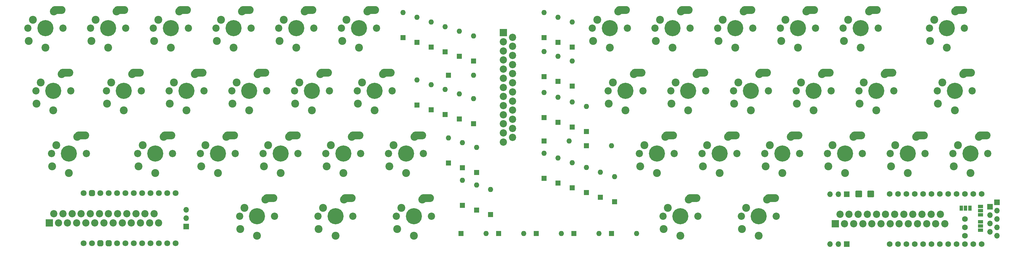
<source format=gbr>
%TF.GenerationSoftware,KiCad,Pcbnew,7.0.7*%
%TF.CreationDate,2023-09-01T02:06:52-04:00*%
%TF.ProjectId,rowStaggeredSplit,726f7753-7461-4676-9765-72656453706c,rev?*%
%TF.SameCoordinates,Original*%
%TF.FileFunction,Soldermask,Bot*%
%TF.FilePolarity,Negative*%
%FSLAX46Y46*%
G04 Gerber Fmt 4.6, Leading zero omitted, Abs format (unit mm)*
G04 Created by KiCad (PCBNEW 7.0.7) date 2023-09-01 02:06:52*
%MOMM*%
%LPD*%
G01*
G04 APERTURE LIST*
G04 Aperture macros list*
%AMRoundRect*
0 Rectangle with rounded corners*
0 $1 Rounding radius*
0 $2 $3 $4 $5 $6 $7 $8 $9 X,Y pos of 4 corners*
0 Add a 4 corners polygon primitive as box body*
4,1,4,$2,$3,$4,$5,$6,$7,$8,$9,$2,$3,0*
0 Add four circle primitives for the rounded corners*
1,1,$1+$1,$2,$3*
1,1,$1+$1,$4,$5*
1,1,$1+$1,$6,$7*
1,1,$1+$1,$8,$9*
0 Add four rect primitives between the rounded corners*
20,1,$1+$1,$2,$3,$4,$5,0*
20,1,$1+$1,$4,$5,$6,$7,0*
20,1,$1+$1,$6,$7,$8,$9,0*
20,1,$1+$1,$8,$9,$2,$3,0*%
%AMHorizOval*
0 Thick line with rounded ends*
0 $1 width*
0 $2 $3 position (X,Y) of the first rounded end (center of the circle)*
0 $4 $5 position (X,Y) of the second rounded end (center of the circle)*
0 Add line between two ends*
20,1,$1,$2,$3,$4,$5,0*
0 Add two circle primitives to create the rounded ends*
1,1,$1,$2,$3*
1,1,$1,$4,$5*%
G04 Aperture macros list end*
%ADD10C,2.200000*%
%ADD11C,2.400000*%
%ADD12C,4.900000*%
%ADD13HorizOval,2.400000X0.999962X0.008727X-0.999962X-0.008727X0*%
%ADD14RoundRect,0.250000X-0.750000X-0.750000X0.750000X-0.750000X0.750000X0.750000X-0.750000X0.750000X0*%
%ADD15R,1.600000X1.600000*%
%ADD16O,1.600000X1.600000*%
%ADD17R,1.700000X1.700000*%
%ADD18O,1.700000X1.700000*%
%ADD19C,1.800000*%
%ADD20RoundRect,0.450000X0.450000X-0.450000X0.450000X0.450000X-0.450000X0.450000X-0.450000X-0.450000X0*%
%ADD21R,2.200000X2.200000*%
%ADD22C,1.752600*%
%ADD23R,1.500000X1.000000*%
%ADD24R,1.000000X1.500000*%
G04 APERTURE END LIST*
D10*
%TO.C,MX6*%
X154842500Y-196215000D03*
D11*
X145732500Y-193675000D03*
X149542500Y-202115000D03*
D10*
X144242500Y-196215000D03*
D12*
X149542500Y-196215000D03*
D11*
X144442500Y-200115000D03*
D13*
X153442542Y-190674599D03*
D11*
X152082500Y-191135000D03*
%TD*%
D10*
%TO.C,MX24*%
X335817500Y-215265000D03*
D11*
X326707500Y-212725000D03*
X330517500Y-221165000D03*
D10*
X325217500Y-215265000D03*
D12*
X330517500Y-215265000D03*
D11*
X325417500Y-219165000D03*
D13*
X334417542Y-209724599D03*
D11*
X333057500Y-210185000D03*
%TD*%
D10*
%TO.C,MX39*%
X171511250Y-253365000D03*
D11*
X162401250Y-250825000D03*
X166211250Y-259265000D03*
D10*
X160911250Y-253365000D03*
D12*
X166211250Y-253365000D03*
D11*
X161111250Y-257265000D03*
D13*
X170111292Y-247824599D03*
D11*
X168751250Y-248285000D03*
%TD*%
D10*
%TO.C,MX40*%
X252473750Y-253365000D03*
D11*
X243363750Y-250825000D03*
X247173750Y-259265000D03*
D10*
X241873750Y-253365000D03*
D12*
X247173750Y-253365000D03*
D11*
X242073750Y-257265000D03*
D13*
X251073792Y-247824599D03*
D11*
X249713750Y-248285000D03*
%TD*%
D10*
%TO.C,MX14*%
X83405000Y-215265000D03*
D11*
X74295000Y-212725000D03*
X78105000Y-221165000D03*
D10*
X72805000Y-215265000D03*
D12*
X78105000Y-215265000D03*
D11*
X73005000Y-219165000D03*
D13*
X82005042Y-209724599D03*
D11*
X80645000Y-210185000D03*
%TD*%
D10*
%TO.C,MX10*%
X288192500Y-196215000D03*
D11*
X279082500Y-193675000D03*
X282892500Y-202115000D03*
D10*
X277592500Y-196215000D03*
D12*
X282892500Y-196215000D03*
D11*
X277792500Y-200115000D03*
D13*
X286792542Y-190674599D03*
D11*
X285432500Y-191135000D03*
%TD*%
D10*
%TO.C,MX7*%
X231042500Y-196215000D03*
D11*
X221932500Y-193675000D03*
X225742500Y-202115000D03*
D10*
X220442500Y-196215000D03*
D12*
X225742500Y-196215000D03*
D11*
X220642500Y-200115000D03*
D13*
X229642542Y-190674599D03*
D11*
X228282500Y-191135000D03*
%TD*%
D10*
%TO.C,MX11*%
X307242500Y-196215000D03*
D11*
X298132500Y-193675000D03*
X301942500Y-202115000D03*
D10*
X296642500Y-196215000D03*
D12*
X301942500Y-196215000D03*
D11*
X296842500Y-200115000D03*
D13*
X305842542Y-190674599D03*
D11*
X304482500Y-191135000D03*
%TD*%
D10*
%TO.C,MX16*%
X121505000Y-215265000D03*
D11*
X112395000Y-212725000D03*
X116205000Y-221165000D03*
D10*
X110905000Y-215265000D03*
D12*
X116205000Y-215265000D03*
D11*
X111105000Y-219165000D03*
D13*
X120105042Y-209724599D03*
D11*
X118745000Y-210185000D03*
%TD*%
D10*
%TO.C,MX37*%
X123886250Y-253365000D03*
D11*
X114776250Y-250825000D03*
X118586250Y-259265000D03*
D10*
X113286250Y-253365000D03*
D12*
X118586250Y-253365000D03*
D11*
X113486250Y-257265000D03*
D13*
X122486292Y-247824599D03*
D11*
X121126250Y-248285000D03*
%TD*%
D10*
%TO.C,MX33*%
X283430000Y-234315000D03*
D11*
X274320000Y-231775000D03*
X278130000Y-240215000D03*
D10*
X272830000Y-234315000D03*
D12*
X278130000Y-234315000D03*
D11*
X273030000Y-238215000D03*
D13*
X282030042Y-228774599D03*
D11*
X280670000Y-229235000D03*
%TD*%
D10*
%TO.C,MX22*%
X292955000Y-215265000D03*
D11*
X283845000Y-212725000D03*
X287655000Y-221165000D03*
D10*
X282355000Y-215265000D03*
D12*
X287655000Y-215265000D03*
D11*
X282555000Y-219165000D03*
D13*
X291555042Y-209724599D03*
D11*
X290195000Y-210185000D03*
%TD*%
D10*
%TO.C,MX25*%
X66736250Y-234315000D03*
D11*
X57626250Y-231775000D03*
X61436250Y-240215000D03*
D10*
X56136250Y-234315000D03*
D12*
X61436250Y-234315000D03*
D11*
X56336250Y-238215000D03*
D13*
X65336292Y-228774599D03*
D11*
X63976250Y-229235000D03*
%TD*%
D10*
%TO.C,MX2*%
X78642500Y-196215000D03*
D11*
X69532500Y-193675000D03*
X73342500Y-202115000D03*
D10*
X68042500Y-196215000D03*
D12*
X73342500Y-196215000D03*
D11*
X68242500Y-200115000D03*
D13*
X77242542Y-190674599D03*
D11*
X75882500Y-191135000D03*
%TD*%
D10*
%TO.C,MX5*%
X135792500Y-196215000D03*
D11*
X126682500Y-193675000D03*
X130492500Y-202115000D03*
D10*
X125192500Y-196215000D03*
D12*
X130492500Y-196215000D03*
D11*
X125392500Y-200115000D03*
D13*
X134392542Y-190674599D03*
D11*
X133032500Y-191135000D03*
%TD*%
D10*
%TO.C,MX21*%
X273905000Y-215265000D03*
D11*
X264795000Y-212725000D03*
X268605000Y-221165000D03*
D10*
X263305000Y-215265000D03*
D12*
X268605000Y-215265000D03*
D11*
X263505000Y-219165000D03*
D13*
X272505042Y-209724599D03*
D11*
X271145000Y-210185000D03*
%TD*%
D10*
%TO.C,MX1*%
X59592500Y-196215000D03*
D11*
X50482500Y-193675000D03*
X54292500Y-202115000D03*
D10*
X48992500Y-196215000D03*
D12*
X54292500Y-196215000D03*
D11*
X49192500Y-200115000D03*
D13*
X58192542Y-190674599D03*
D11*
X56832500Y-191135000D03*
%TD*%
D10*
%TO.C,MX27*%
X111980000Y-234315000D03*
D11*
X102870000Y-231775000D03*
X106680000Y-240215000D03*
D10*
X101380000Y-234315000D03*
D12*
X106680000Y-234315000D03*
D11*
X101580000Y-238215000D03*
D13*
X110580042Y-228774599D03*
D11*
X109220000Y-229235000D03*
%TD*%
D10*
%TO.C,MX36*%
X340580000Y-234315000D03*
D11*
X331470000Y-231775000D03*
X335280000Y-240215000D03*
D10*
X329980000Y-234315000D03*
D12*
X335280000Y-234315000D03*
D11*
X330180000Y-238215000D03*
D13*
X339180042Y-228774599D03*
D11*
X337820000Y-229235000D03*
%TD*%
D10*
%TO.C,MX13*%
X61973750Y-215265000D03*
D11*
X52863750Y-212725000D03*
X56673750Y-221165000D03*
D10*
X51373750Y-215265000D03*
D12*
X56673750Y-215265000D03*
D11*
X51573750Y-219165000D03*
D13*
X60573792Y-209724599D03*
D11*
X59213750Y-210185000D03*
%TD*%
D10*
%TO.C,MX18*%
X159605000Y-215265000D03*
D11*
X150495000Y-212725000D03*
X154305000Y-221165000D03*
D10*
X149005000Y-215265000D03*
D12*
X154305000Y-215265000D03*
D11*
X149205000Y-219165000D03*
D13*
X158205042Y-209724599D03*
D11*
X156845000Y-210185000D03*
%TD*%
D10*
%TO.C,MX12*%
X333436250Y-196215000D03*
D11*
X324326250Y-193675000D03*
X328136250Y-202115000D03*
D10*
X322836250Y-196215000D03*
D12*
X328136250Y-196215000D03*
D11*
X323036250Y-200115000D03*
D13*
X332036292Y-190674599D03*
D11*
X330676250Y-191135000D03*
%TD*%
D10*
%TO.C,MX9*%
X269142500Y-196215000D03*
D11*
X260032500Y-193675000D03*
X263842500Y-202115000D03*
D10*
X258542500Y-196215000D03*
D12*
X263842500Y-196215000D03*
D11*
X258742500Y-200115000D03*
D13*
X267742542Y-190674599D03*
D11*
X266382500Y-191135000D03*
%TD*%
D10*
%TO.C,MX30*%
X169130000Y-234315000D03*
D11*
X160020000Y-231775000D03*
X163830000Y-240215000D03*
D10*
X158530000Y-234315000D03*
D12*
X163830000Y-234315000D03*
D11*
X158730000Y-238215000D03*
D13*
X167730042Y-228774599D03*
D11*
X166370000Y-229235000D03*
%TD*%
D10*
%TO.C,MX20*%
X254855000Y-215265000D03*
D11*
X245745000Y-212725000D03*
X249555000Y-221165000D03*
D10*
X244255000Y-215265000D03*
D12*
X249555000Y-215265000D03*
D11*
X244455000Y-219165000D03*
D13*
X253455042Y-209724599D03*
D11*
X252095000Y-210185000D03*
%TD*%
D10*
%TO.C,MX38*%
X147698750Y-253365000D03*
D11*
X138588750Y-250825000D03*
X142398750Y-259265000D03*
D10*
X137098750Y-253365000D03*
D12*
X142398750Y-253365000D03*
D11*
X137298750Y-257265000D03*
D13*
X146298792Y-247824599D03*
D11*
X144938750Y-248285000D03*
%TD*%
D10*
%TO.C,MX19*%
X235805000Y-215265000D03*
D11*
X226695000Y-212725000D03*
X230505000Y-221165000D03*
D10*
X225205000Y-215265000D03*
D12*
X230505000Y-215265000D03*
D11*
X225405000Y-219165000D03*
D13*
X234405042Y-209724599D03*
D11*
X233045000Y-210185000D03*
%TD*%
D10*
%TO.C,MX3*%
X97692500Y-196215000D03*
D11*
X88582500Y-193675000D03*
X92392500Y-202115000D03*
D10*
X87092500Y-196215000D03*
D12*
X92392500Y-196215000D03*
D11*
X87292500Y-200115000D03*
D13*
X96292542Y-190674599D03*
D11*
X94932500Y-191135000D03*
%TD*%
D10*
%TO.C,MX32*%
X264380000Y-234315000D03*
D11*
X255270000Y-231775000D03*
X259080000Y-240215000D03*
D10*
X253780000Y-234315000D03*
D12*
X259080000Y-234315000D03*
D11*
X253980000Y-238215000D03*
D13*
X262980042Y-228774599D03*
D11*
X261620000Y-229235000D03*
%TD*%
D10*
%TO.C,MX15*%
X102455000Y-215265000D03*
D11*
X93345000Y-212725000D03*
X97155000Y-221165000D03*
D10*
X91855000Y-215265000D03*
D12*
X97155000Y-215265000D03*
D11*
X92055000Y-219165000D03*
D13*
X101055042Y-209724599D03*
D11*
X99695000Y-210185000D03*
%TD*%
D10*
%TO.C,MX35*%
X321530000Y-234315000D03*
D11*
X312420000Y-231775000D03*
X316230000Y-240215000D03*
D10*
X310930000Y-234315000D03*
D12*
X316230000Y-234315000D03*
D11*
X311130000Y-238215000D03*
D13*
X320130042Y-228774599D03*
D11*
X318770000Y-229235000D03*
%TD*%
D10*
%TO.C,MX29*%
X150080000Y-234315000D03*
D11*
X140970000Y-231775000D03*
X144780000Y-240215000D03*
D10*
X139480000Y-234315000D03*
D12*
X144780000Y-234315000D03*
D11*
X139680000Y-238215000D03*
D13*
X148680042Y-228774599D03*
D11*
X147320000Y-229235000D03*
%TD*%
D10*
%TO.C,MX31*%
X245330000Y-234315000D03*
D11*
X236220000Y-231775000D03*
X240030000Y-240215000D03*
D10*
X234730000Y-234315000D03*
D12*
X240030000Y-234315000D03*
D11*
X234930000Y-238215000D03*
D13*
X243930042Y-228774599D03*
D11*
X242570000Y-229235000D03*
%TD*%
D10*
%TO.C,MX28*%
X131030000Y-234315000D03*
D11*
X121920000Y-231775000D03*
X125730000Y-240215000D03*
D10*
X120430000Y-234315000D03*
D12*
X125730000Y-234315000D03*
D11*
X120630000Y-238215000D03*
D13*
X129630042Y-228774599D03*
D11*
X128270000Y-229235000D03*
%TD*%
D10*
%TO.C,MX4*%
X116742500Y-196215000D03*
D11*
X107632500Y-193675000D03*
X111442500Y-202115000D03*
D10*
X106142500Y-196215000D03*
D12*
X111442500Y-196215000D03*
D11*
X106342500Y-200115000D03*
D13*
X115342542Y-190674599D03*
D11*
X113982500Y-191135000D03*
%TD*%
D10*
%TO.C,MX23*%
X312005000Y-215265000D03*
D11*
X302895000Y-212725000D03*
X306705000Y-221165000D03*
D10*
X301405000Y-215265000D03*
D12*
X306705000Y-215265000D03*
D11*
X301605000Y-219165000D03*
D13*
X310605042Y-209724599D03*
D11*
X309245000Y-210185000D03*
%TD*%
D10*
%TO.C,MX17*%
X140555000Y-215265000D03*
D11*
X131445000Y-212725000D03*
X135255000Y-221165000D03*
D10*
X129955000Y-215265000D03*
D12*
X135255000Y-215265000D03*
D11*
X130155000Y-219165000D03*
D13*
X139155042Y-209724599D03*
D11*
X137795000Y-210185000D03*
%TD*%
D10*
%TO.C,MX8*%
X250092500Y-196215000D03*
D11*
X240982500Y-193675000D03*
X244792500Y-202115000D03*
D10*
X239492500Y-196215000D03*
D12*
X244792500Y-196215000D03*
D11*
X239692500Y-200115000D03*
D13*
X248692542Y-190674599D03*
D11*
X247332500Y-191135000D03*
%TD*%
D10*
%TO.C,MX26*%
X92930000Y-234315000D03*
D11*
X83820000Y-231775000D03*
X87630000Y-240215000D03*
D10*
X82330000Y-234315000D03*
D12*
X87630000Y-234315000D03*
D11*
X82530000Y-238215000D03*
D13*
X91530042Y-228774599D03*
D11*
X90170000Y-229235000D03*
%TD*%
D10*
%TO.C,MX41*%
X276286250Y-253365000D03*
D11*
X267176250Y-250825000D03*
X270986250Y-259265000D03*
D10*
X265686250Y-253365000D03*
D12*
X270986250Y-253365000D03*
D11*
X265886250Y-257265000D03*
D13*
X274886292Y-247824599D03*
D11*
X273526250Y-248285000D03*
%TD*%
D10*
%TO.C,MX34*%
X302480000Y-234315000D03*
D11*
X293370000Y-231775000D03*
X297180000Y-240215000D03*
D10*
X291880000Y-234315000D03*
D12*
X297180000Y-234315000D03*
D11*
X292080000Y-238215000D03*
D13*
X301080042Y-228774599D03*
D11*
X299720000Y-229235000D03*
%TD*%
D14*
%TO.C,J4*%
X301305000Y-246600000D03*
%TD*%
D15*
%TO.C,D12*%
X214310000Y-213836250D03*
D16*
X214310000Y-206216250D03*
%TD*%
D15*
%TO.C,D23*%
X205740000Y-230505000D03*
D16*
X213360000Y-230505000D03*
%TD*%
D17*
%TO.C,J3*%
X343350000Y-249140000D03*
D18*
X343350000Y-251680000D03*
X343350000Y-254220000D03*
X343350000Y-256760000D03*
X343350000Y-259300000D03*
%TD*%
D15*
%TO.C,D33*%
X214312500Y-244697500D03*
D16*
X214312500Y-237077500D03*
%TD*%
D19*
%TO.C,U2*%
X65900000Y-261540000D03*
X68440000Y-261540000D03*
D20*
X70980000Y-261540000D03*
X73520000Y-261540000D03*
D19*
X76060000Y-261540000D03*
X78600000Y-261540000D03*
X81140000Y-261540000D03*
X83680000Y-261540000D03*
X86220000Y-261540000D03*
X88760000Y-261540000D03*
X91300000Y-261540000D03*
X93840000Y-261540000D03*
X65900000Y-246300000D03*
D20*
X68440000Y-246300000D03*
D19*
X70980000Y-246300000D03*
X73520000Y-246300000D03*
X76060000Y-246300000D03*
X78600000Y-246300000D03*
X81140000Y-246300000D03*
X83680000Y-246300000D03*
X86220000Y-246300000D03*
X88760000Y-246300000D03*
X91300000Y-246300000D03*
X93840000Y-246300000D03*
%TD*%
D15*
%TO.C,D17*%
X171450000Y-220980000D03*
D16*
X171450000Y-213360000D03*
%TD*%
D15*
%TO.C,D16*%
X175736250Y-222408750D03*
D16*
X175736250Y-214788750D03*
%TD*%
D15*
%TO.C,D25*%
X189530000Y-252880000D03*
D16*
X189530000Y-245260000D03*
%TD*%
D15*
%TO.C,D3*%
X171450000Y-201930000D03*
D16*
X171450000Y-194310000D03*
%TD*%
D15*
%TO.C,D41*%
X214788750Y-258603750D03*
D16*
X222408750Y-258603750D03*
%TD*%
D17*
%TO.C,J6*%
X297675000Y-246645000D03*
D18*
X295135000Y-246645000D03*
X292595000Y-246645000D03*
%TD*%
D15*
%TO.C,D31*%
X205740000Y-241840000D03*
D16*
X205740000Y-234220000D03*
%TD*%
D15*
%TO.C,D40*%
X226218750Y-258603750D03*
D16*
X233838750Y-258603750D03*
%TD*%
D15*
%TO.C,D14*%
X184308750Y-225266250D03*
D16*
X184308750Y-217646250D03*
%TD*%
D15*
%TO.C,D20*%
X214312500Y-226218750D03*
D16*
X214312500Y-218598750D03*
%TD*%
D15*
%TO.C,D28*%
X185261250Y-240030000D03*
D16*
X185261250Y-232410000D03*
%TD*%
D17*
%TO.C,J7*%
X297715000Y-261830000D03*
D18*
X295175000Y-261830000D03*
X292635000Y-261830000D03*
%TD*%
D21*
%TO.C,J1*%
X193357500Y-197577500D03*
D10*
X193357500Y-200347500D03*
X193357500Y-203117500D03*
X193357500Y-205887500D03*
X193357500Y-208657500D03*
X193357500Y-211427500D03*
X193357500Y-214197500D03*
X193357500Y-216967500D03*
X193357500Y-219737500D03*
X193357500Y-222507500D03*
X193357500Y-225277500D03*
X193357500Y-228047500D03*
X193357500Y-230817500D03*
X196197500Y-198962500D03*
X196197500Y-201732500D03*
X196197500Y-204502500D03*
X196197500Y-207272500D03*
X196197500Y-210042500D03*
X196197500Y-212812500D03*
X196197500Y-215582500D03*
X196197500Y-218352500D03*
X196197500Y-221122500D03*
X196197500Y-223892500D03*
X196197500Y-226662500D03*
X196197500Y-229432500D03*
%TD*%
D15*
%TO.C,D30*%
X176688750Y-237172500D03*
D16*
X176688750Y-229552500D03*
%TD*%
D22*
%TO.C,U1*%
X310780000Y-261820000D03*
X313320000Y-261820000D03*
X315860000Y-261820000D03*
X318400000Y-261820000D03*
X320940000Y-261820000D03*
X323480000Y-261820000D03*
X326020000Y-261820000D03*
X328560000Y-261820000D03*
X331100000Y-261820000D03*
X333640000Y-261820000D03*
X336180000Y-261820000D03*
X338720000Y-261820000D03*
X338720000Y-246580000D03*
X336180000Y-246580000D03*
X333640000Y-246580000D03*
X331100000Y-246580000D03*
X328560000Y-246580000D03*
X326020000Y-246580000D03*
X323480000Y-246580000D03*
X320940000Y-246580000D03*
X318400000Y-246580000D03*
X315860000Y-246580000D03*
X313320000Y-246580000D03*
X310780000Y-246580000D03*
X333640000Y-259280000D03*
X333640000Y-256740000D03*
X333640000Y-254200000D03*
%TD*%
D15*
%TO.C,D26*%
X185250000Y-251460000D03*
D16*
X185250000Y-243840000D03*
%TD*%
D15*
%TO.C,D5*%
X180022500Y-204787500D03*
D16*
X180022500Y-197167500D03*
%TD*%
D15*
%TO.C,D24*%
X218598750Y-231933750D03*
D16*
X226218750Y-231933750D03*
%TD*%
D15*
%TO.C,D13*%
X176680000Y-210480000D03*
D16*
X184300000Y-210480000D03*
%TD*%
D15*
%TO.C,D21*%
X210026250Y-224790000D03*
D16*
X210026250Y-217170000D03*
%TD*%
D15*
%TO.C,D9*%
X214312500Y-201930000D03*
D16*
X214312500Y-194310000D03*
%TD*%
D15*
%TO.C,D6*%
X184308750Y-206216250D03*
D16*
X184308750Y-198596250D03*
%TD*%
D15*
%TO.C,D34*%
X218598750Y-246126250D03*
D16*
X218598750Y-238506250D03*
%TD*%
D15*
%TO.C,D29*%
X180975000Y-238601250D03*
D16*
X180975000Y-230981250D03*
%TD*%
D15*
%TO.C,D22*%
X205740000Y-223361250D03*
D16*
X205740000Y-215741250D03*
%TD*%
D15*
%TO.C,D39*%
X180498750Y-258603750D03*
D16*
X188118750Y-258603750D03*
%TD*%
D15*
%TO.C,D4*%
X175736250Y-203358750D03*
D16*
X175736250Y-195738750D03*
%TD*%
D15*
%TO.C,D8*%
X210026250Y-200501250D03*
D16*
X210026250Y-192881250D03*
%TD*%
D15*
%TO.C,D15*%
X180022500Y-223837500D03*
D16*
X180022500Y-216217500D03*
%TD*%
D14*
%TO.C,J5*%
X304955000Y-246600000D03*
%TD*%
D15*
%TO.C,D38*%
X191928750Y-258603750D03*
D16*
X199548750Y-258603750D03*
%TD*%
D15*
%TO.C,D19*%
X218598750Y-227647500D03*
D16*
X218598750Y-220027500D03*
%TD*%
D17*
%TO.C,J9*%
X97025000Y-256525000D03*
D18*
X97025000Y-253985000D03*
X97025000Y-251445000D03*
%TD*%
D15*
%TO.C,D1*%
X162877500Y-199072500D03*
D16*
X162877500Y-191452500D03*
%TD*%
D15*
%TO.C,D7*%
X205740000Y-199072500D03*
D16*
X205740000Y-191452500D03*
%TD*%
D15*
%TO.C,D36*%
X227171250Y-248983750D03*
D16*
X227171250Y-241363750D03*
%TD*%
D15*
%TO.C,D11*%
X210026250Y-212370000D03*
D16*
X210026250Y-204750000D03*
%TD*%
D15*
%TO.C,D32*%
X210026250Y-243268750D03*
D16*
X210026250Y-235648750D03*
%TD*%
D17*
%TO.C,J10*%
X341225000Y-250510000D03*
D18*
X341225000Y-253050000D03*
X341225000Y-255590000D03*
X341225000Y-258130000D03*
%TD*%
D15*
%TO.C,D27*%
X180960000Y-250020000D03*
D16*
X180960000Y-242400000D03*
%TD*%
D15*
%TO.C,D18*%
X167163750Y-219551250D03*
D16*
X167163750Y-211931250D03*
%TD*%
D15*
%TO.C,D2*%
X167163750Y-200501250D03*
D16*
X167163750Y-192881250D03*
%TD*%
D15*
%TO.C,D10*%
X205740000Y-210970000D03*
D16*
X205740000Y-203350000D03*
%TD*%
D15*
%TO.C,D35*%
X222885000Y-247555000D03*
D16*
X222885000Y-239935000D03*
%TD*%
D15*
%TO.C,D37*%
X203358750Y-258603750D03*
D16*
X210978750Y-258603750D03*
%TD*%
D23*
%TO.C,JP1*%
X338370000Y-257610000D03*
X338370000Y-256310000D03*
X338370000Y-255010000D03*
%TD*%
D21*
%TO.C,J2*%
X294260000Y-255640000D03*
D10*
X297030000Y-255640000D03*
X299800000Y-255640000D03*
X302570000Y-255640000D03*
X305340000Y-255640000D03*
X308110000Y-255640000D03*
X310880000Y-255640000D03*
X313650000Y-255640000D03*
X316420000Y-255640000D03*
X319190000Y-255640000D03*
X321960000Y-255640000D03*
X324730000Y-255640000D03*
X327500000Y-255640000D03*
X295645000Y-252800000D03*
X298415000Y-252800000D03*
X301185000Y-252800000D03*
X303955000Y-252800000D03*
X306725000Y-252800000D03*
X309495000Y-252800000D03*
X312265000Y-252800000D03*
X315035000Y-252800000D03*
X317805000Y-252800000D03*
X320575000Y-252800000D03*
X323345000Y-252800000D03*
X326115000Y-252800000D03*
%TD*%
D24*
%TO.C,JP3*%
X332490000Y-250890000D03*
X333790000Y-250890000D03*
X335090000Y-250890000D03*
%TD*%
D23*
%TO.C,JP2*%
X338380000Y-252960000D03*
X338380000Y-251660000D03*
X338380000Y-250360000D03*
%TD*%
D21*
%TO.C,J8*%
X55455000Y-255390000D03*
D10*
X58225000Y-255390000D03*
X60995000Y-255390000D03*
X63765000Y-255390000D03*
X66535000Y-255390000D03*
X69305000Y-255390000D03*
X72075000Y-255390000D03*
X74845000Y-255390000D03*
X77615000Y-255390000D03*
X80385000Y-255390000D03*
X83155000Y-255390000D03*
X85925000Y-255390000D03*
X88695000Y-255390000D03*
X56840000Y-252550000D03*
X59610000Y-252550000D03*
X62380000Y-252550000D03*
X65150000Y-252550000D03*
X67920000Y-252550000D03*
X70690000Y-252550000D03*
X73460000Y-252550000D03*
X76230000Y-252550000D03*
X79000000Y-252550000D03*
X81770000Y-252550000D03*
X84540000Y-252550000D03*
X87310000Y-252550000D03*
%TD*%
M02*

</source>
